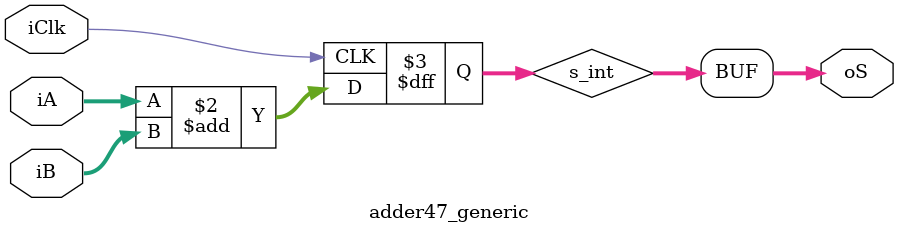
<source format=v>

module adder47_generic (
	input			iClk,	// clock
	input	[46:0]	iA,		// operand input
	input	[46:0]	iB,		// operand input
	output	[46:0]	oS		// sum output
);

 // Sum
 reg	[46:0]	s_int;

 always@(posedge iClk) begin
	s_int <= iA + iB;
 end

 // Output
 assign oS = s_int;

endmodule

</source>
